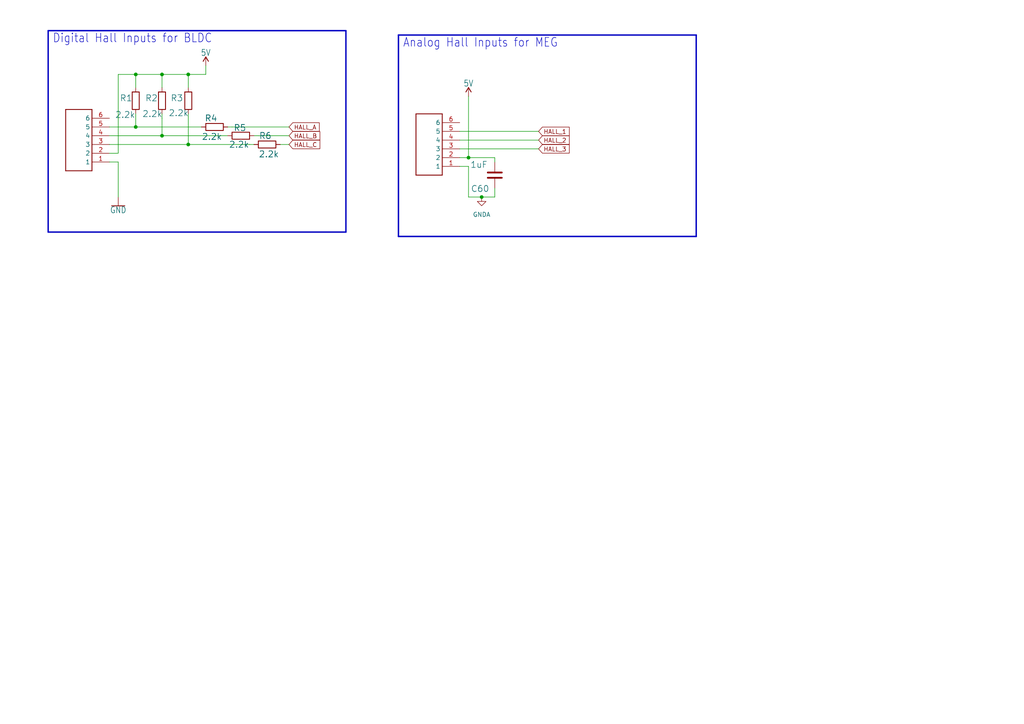
<source format=kicad_sch>
(kicad_sch (version 20231120) (generator "eeschema") (generator_version "8.0")
  (paper "A4")
  (lib_symbols
    (symbol "Component_Library:CHV1812N250105MXT" (pin_numbers hide) (pin_names (offset 0.254))
      (property "Reference" "C" (at 0.635 2.54 0))
      (property "Value" "CHV1812N250105MXT" (at 0.635 -2.54 0))
      (symbol "CHV1812N250105MXT_0_1"
        (polyline (pts (xy -2.032 -0.762) (xy 2.032 -0.762)) (stroke (width 0.508)))
        (polyline (pts (xy -2.032 0.762) (xy 2.032 0.762)) (stroke (width 0.508)))
      )
      (symbol "CHV1812N250105MXT_1_1"
        (pin passive line (at 0 3.81 270) (length 2.794) (name "~") (number "1"))
        (pin passive line (at 0 -3.81 90) (length 2.794) (name "~") (number "2"))
      )
    )
    (symbol "Component_Library:R2k2" (pin_numbers hide) (pin_names (offset 0))
      (property "Reference" "R" (at 2.032 0 90))
      (property "Value" "2k2" (at 0 0 90))
      (symbol "R2k2_0_1"
        (rectangle (start -1.016 -2.54) (end 1.016 2.54) (stroke (width 0.254)))
      )
      (symbol "R2k2_1_1"
        (pin passive line (at 0 3.81 270) (length 1.27) (name "~") (number "1"))
        (pin passive line (at 0 -3.81 90) (length 1.27) (name "~") (number "2"))
      )
    )
    (symbol "main-eagle-import:5V" (power)
      (symbol "5V_1_0"
        (polyline (pts (xy 0 2.54) (xy -0.762 1.27)) (stroke (width 0.254)))
        (polyline (pts (xy 0.762 1.27) (xy 0 2.54)) (stroke (width 0.254)))
        (pin power_in line (at 0 0 90) (length 2.54) (name "5V") (number "1"))
      )
    )
    (symbol "main-eagle-import:GND" (power)
      (symbol "GND_1_0"
        (polyline (pts (xy -1.905 0) (xy 1.905 0)) (stroke (width 0.254)))
        (pin power_in line (at 0 2.54 270) (length 2.54) (name "GND") (number "1"))
      )
    )
    (symbol "main-eagle-import:HEADER6"
      (symbol "HEADER6_1_0"
        (polyline (pts (xy -2.54 -10.16) (xy 5.08 -10.16)) (stroke (width 0.254)))
        (polyline (pts (xy -2.54 7.62) (xy -2.54 -10.16)) (stroke (width 0.254)))
        (polyline (pts (xy 5.08 -10.16) (xy 5.08 7.62)) (stroke (width 0.254)))
        (polyline (pts (xy 5.08 7.62) (xy -2.54 7.62)) (stroke (width 0.254)))
        (pin bidirectional line (at 10.16 -7.62 180) (length 5.08) (name "1") (number "1"))
        (pin bidirectional line (at 10.16 -5.08 180) (length 5.08) (name "2") (number "2"))
        (pin bidirectional line (at 10.16 -2.54 180) (length 5.08) (name "3") (number "3"))
        (pin bidirectional line (at 10.16 0 180) (length 5.08) (name "4") (number "4"))
        (pin bidirectional line (at 10.16 2.54 180) (length 5.08) (name "5") (number "5"))
        (pin bidirectional line (at 10.16 5.08 180) (length 5.08) (name "6") (number "6"))
      )
    )
    (symbol "power:GNDA" (power) (pin_numbers hide) (pin_names (offset 0) hide)
      (property "Value" "GNDA" (at 0 -3.81 0))
      (symbol "GNDA_0_1"
        (polyline (pts (xy 0 0) (xy 0 -1.27) (xy 1.27 -1.27) (xy 0 -2.54) (xy -1.27 -1.27) (xy 0 -1.27)))
      )
      (symbol "GNDA_1_1"
        (pin power_in line (at 0 0 270) (length 0) (name "~") (number "1"))
      )
    )
  )
  (junction (at 139.7 57.15))
  (junction (at 46.99 21.59))
  (junction (at 46.99 39.37))
  (junction (at 135.89 45.72))
  (junction (at 54.61 41.91))
  (junction (at 54.61 21.59))
  (junction (at 39.37 36.83))
  (junction (at 39.37 21.59))
  (wire (pts (xy 135.89 48.26) (xy 135.89 57.15)) (stroke (width 0.1524)))
  (wire (pts (xy 54.61 24.13) (xy 54.61 21.59)) (stroke (width 0.1524)))
  (wire (pts (xy 39.37 36.83) (xy 58.42 36.83)) (stroke (width 0.1524)))
  (wire (pts (xy 133.35 43.18) (xy 156.21 43.18)) (stroke (width 0.1524)))
  (polyline (pts (xy 201.93 68.58) (xy 201.93 10.16)) (stroke (width 0.4064) (type solid)))
  (polyline (pts (xy 115.57 68.58) (xy 201.93 68.58)) (stroke (width 0.4064) (type solid)))
  (wire (pts (xy 133.35 48.26) (xy 135.89 48.26)) (stroke (width 0.1524)))
  (wire (pts (xy 59.69 21.59) (xy 59.69 19.05)) (stroke (width 0.1524)))
  (wire (pts (xy 46.99 21.59) (xy 54.61 21.59)) (stroke (width 0.1524)))
  (wire (pts (xy 34.29 21.59) (xy 39.37 21.59)) (stroke (width 0.1524)))
  (polyline (pts (xy 13.97 67.31) (xy 100.33 67.31)) (stroke (width 0.4064) (type solid)))
  (wire (pts (xy 66.04 36.83) (xy 67.31 36.83)))
  (wire (pts (xy 81.28 41.91) (xy 83.82 41.91)))
  (wire (pts (xy 46.99 33.02) (xy 46.99 34.29)))
  (wire (pts (xy 133.35 45.72) (xy 135.89 45.72)) (stroke (width 0.1524)))
  (wire (pts (xy 46.99 34.29) (xy 46.99 39.37)) (stroke (width 0.1524)))
  (polyline (pts (xy 115.57 10.16) (xy 115.57 68.58)) (stroke (width 0.4064) (type solid)))
  (wire (pts (xy 31.75 41.91) (xy 54.61 41.91)) (stroke (width 0.1524)))
  (wire (pts (xy 67.31 36.83) (xy 83.82 36.83)) (stroke (width 0.1524)))
  (wire (pts (xy 143.51 46.99) (xy 143.51 45.72)))
  (wire (pts (xy 139.7 57.15) (xy 135.89 57.15)))
  (wire (pts (xy 74.93 39.37) (xy 83.82 39.37)) (stroke (width 0.1524)))
  (polyline (pts (xy 13.97 8.89) (xy 13.97 67.31)) (stroke (width 0.4064) (type solid)))
  (wire (pts (xy 31.75 46.99) (xy 34.29 46.99)) (stroke (width 0.1524)))
  (polyline (pts (xy 201.93 10.16) (xy 115.57 10.16)) (stroke (width 0.4064) (type solid)))
  (wire (pts (xy 54.61 21.59) (xy 59.69 21.59)) (stroke (width 0.1524)))
  (wire (pts (xy 73.66 39.37) (xy 74.93 39.37)))
  (polyline (pts (xy 100.33 8.89) (xy 13.97 8.89)) (stroke (width 0.4064) (type solid)))
  (wire (pts (xy 133.35 38.1) (xy 156.21 38.1)) (stroke (width 0.1524)))
  (wire (pts (xy 31.75 44.45) (xy 34.29 44.45)) (stroke (width 0.1524)))
  (wire (pts (xy 31.75 39.37) (xy 46.99 39.37)) (stroke (width 0.1524)))
  (wire (pts (xy 143.51 57.15) (xy 139.7 57.15)))
  (wire (pts (xy 31.75 36.83) (xy 39.37 36.83)) (stroke (width 0.1524)))
  (wire (pts (xy 39.37 24.13) (xy 39.37 21.59)) (stroke (width 0.1524)))
  (wire (pts (xy 135.89 27.94) (xy 135.89 45.72)) (stroke (width 0.1524)))
  (wire (pts (xy 46.99 39.37) (xy 66.04 39.37)) (stroke (width 0.1524)))
  (wire (pts (xy 54.61 41.91) (xy 72.39 41.91)) (stroke (width 0.1524)))
  (wire (pts (xy 39.37 33.02) (xy 39.37 36.83)) (stroke (width 0.1524)))
  (polyline (pts (xy 100.33 67.31) (xy 100.33 8.89)) (stroke (width 0.4064) (type solid)))
  (wire (pts (xy 133.35 40.64) (xy 156.21 40.64)) (stroke (width 0.1524)))
  (wire (pts (xy 143.51 45.72) (xy 135.89 45.72)))
  (wire (pts (xy 39.37 21.59) (xy 46.99 21.59)) (stroke (width 0.1524)))
  (wire (pts (xy 46.99 21.59) (xy 46.99 25.4)) (stroke (width 0.1524)))
  (wire (pts (xy 34.29 44.45) (xy 34.29 21.59)) (stroke (width 0.1524)))
  (wire (pts (xy 72.39 41.91) (xy 73.66 41.91)))
  (wire (pts (xy 54.61 24.13) (xy 54.61 25.4)))
  (wire (pts (xy 143.51 54.61) (xy 143.51 57.15)))
  (wire (pts (xy 39.37 24.13) (xy 39.37 25.4)))
  (wire (pts (xy 34.29 46.99) (xy 34.29 57.15)) (stroke (width 0.1524)))
  (wire (pts (xy 54.61 33.02) (xy 54.61 41.91)) (stroke (width 0.1524)))
  (text "Analog Hall Inputs for MEG" (at 116.84 13.97 0) (effects (font (size 2.54 2.159)) (justify left bottom)))
  (text "Digital Hall Inputs for BLDC" (at 15.24 12.7 0) (effects (font (size 2.54 2.159)) (justify left bottom)))
  (global_label "HALL_3" (shape input) (at 156.21 43.18 0) (effects (font (size 1.2446 1.2446))) (property "Intersheetrefs" "${INTERSHEET_REFS}" (effects (hide yes))))
  (global_label "HALL_B" (shape input) (at 83.82 39.37 0) (effects (font (size 1.2446 1.2446))) (property "Intersheetrefs" "${INTERSHEET_REFS}" (effects (hide yes))))
  (global_label "HALL_C" (shape input) (at 83.82 41.91 0) (effects (font (size 1.2446 1.2446))) (property "Intersheetrefs" "${INTERSHEET_REFS}" (effects (hide yes))))
  (global_label "HALL_1" (shape input) (at 156.21 38.1 0) (effects (font (size 1.2446 1.2446))) (property "Intersheetrefs" "${INTERSHEET_REFS}" (effects (hide yes))))
  (global_label "HALL_2" (shape input) (at 156.21 40.64 0) (effects (font (size 1.2446 1.2446))) (property "Intersheetrefs" "${INTERSHEET_REFS}" (effects (hide yes))))
  (global_label "HALL_A" (shape input) (at 83.82 36.83 0) (effects (font (size 1.2446 1.2446))) (property "Intersheetrefs" "${INTERSHEET_REFS}" (effects (hide yes))))
  (symbol (lib_id "Component_Library:R2k2") (at 69.85 39.37 90) (unit 1)
    (property "Reference" "R5" (at 69.596 36.068 90) (effects (font (size 1.778 1.778)) (justify bottom)))
    (property "Value" "2.2k" (at 69.342 42.926 90) (effects (font (size 1.778 1.778)) (justify top)))
    (property "Footprint" "Resistor_SMD:R_1206_3216Metric" (effects (hide yes)))
    (property "Description" "Resistor" (effects (hide yes)))
  )
  (symbol (lib_id "power:GNDA") (at 139.7 57.15 0) (unit 1)
    (property "Reference" "#PWR02" (effects (hide yes)))
    (property "Value" "GNDA" (at 139.7 62.23 0))
    (property "Description" "Power symbol creates a global label with name \"GNDA\" , analog ground" (effects (hide yes)))
  )
  (symbol (lib_id "main-eagle-import:5V") (at 135.89 27.94 0) (unit 1)
    (property "Reference" "#SUPPLY022" (effects (hide yes)))
    (property "Value" "5V" (at 135.89 25.146 0) (effects (font (size 1.778 1.5113)) (justify bottom)))
  )
  (symbol (lib_id "Component_Library:R2k2") (at 62.23 36.83 90) (unit 1)
    (property "Reference" "R4" (at 61.214 33.274 90) (effects (font (size 1.778 1.778)) (justify bottom)))
    (property "Value" "2.2k" (at 61.468 40.64 90) (effects (font (size 1.778 1.778)) (justify top)))
    (property "Footprint" "Resistor_SMD:R_1206_3216Metric" (effects (hide yes)))
    (property "Description" "Resistor" (effects (hide yes)))
  )
  (symbol (lib_id "main-eagle-import:HEADER6") (at 123.19 40.64 0) (unit 1)
    (property "Reference" "J4" (effects (hide yes)))
    (property "Value" "HEADER6" (effects (hide yes)))
    (property "Footprint" "main:6PINVALULOK" (effects (hide yes)))
  )
  (symbol (lib_id "Component_Library:R2k2") (at 46.99 29.21 180) (unit 1)
    (property "Reference" "R2" (at 43.942 27.432 0) (effects (font (size 1.778 1.778)) (justify bottom)))
    (property "Value" "2.2k" (at 44.196 34.036 0) (effects (font (size 1.778 1.778)) (justify top)))
    (property "Footprint" "Resistor_SMD:R_1206_3216Metric" (effects (hide yes)))
    (property "Description" "Resistor" (effects (hide yes)))
  )
  (symbol (lib_id "main-eagle-import:HEADER6") (at 21.59 39.37 0) (unit 1)
    (property "Reference" "J2" (effects (hide yes)))
    (property "Value" "HEADER6" (effects (hide yes)))
    (property "Footprint" "main:6PINVALULOK" (effects (hide yes)))
  )
  (symbol (lib_id "Component_Library:R2k2") (at 54.61 29.21 180) (unit 1)
    (property "Reference" "R3" (at 51.308 27.432 0) (effects (font (size 1.778 1.778)) (justify bottom)))
    (property "Value" "2.2k" (at 51.816 33.782 0) (effects (font (size 1.778 1.778)) (justify top)))
    (property "Footprint" "Resistor_SMD:R_1206_3216Metric" (effects (hide yes)))
    (property "Description" "Resistor" (effects (hide yes)))
  )
  (symbol (lib_id "Component_Library:R2k2") (at 39.37 29.21 180) (unit 1)
    (property "Reference" "R1" (at 36.576 27.432 0) (effects (font (size 1.778 1.778)) (justify bottom)))
    (property "Value" "2.2k" (at 36.322 34.29 0) (effects (font (size 1.778 1.778)) (justify top)))
    (property "Footprint" "Resistor_SMD:R_1206_3216Metric" (effects (hide yes)))
    (property "Description" "Resistor" (effects (hide yes)))
  )
  (symbol (lib_id "main-eagle-import:GND") (at 34.29 59.69 0) (unit 1)
    (property "Reference" "#GND09" (effects (hide yes)))
    (property "Value" "GND" (at 34.29 59.944 0) (effects (font (size 1.778 1.5113)) (justify top)))
  )
  (symbol (lib_id "main-eagle-import:5V") (at 59.69 19.05 0) (unit 1)
    (property "Reference" "#SUPPLY04" (effects (hide yes)))
    (property "Value" "5V" (at 59.69 16.256 0) (effects (font (size 1.778 1.5113)) (justify bottom)))
  )
  (symbol (lib_id "Component_Library:CHV1812N250105MXT") (at 143.51 50.8 180) (unit 1)
    (property "Reference" "C60" (at 141.986 53.721 0) (effects (font (size 1.778 1.778)) (justify left bottom)))
    (property "Value" "1uF" (at 141.478 46.736 0) (effects (font (size 1.778 1.778)) (justify left bottom)))
    (property "Footprint" "Capacitor_SMD:C_1812_4532Metric" (effects (hide yes)))
    (property "Datasheet" "https://88ce57.p3cdn1.secureserver.net/wp-content/uploads/2023/01/chv_series-1.pdf" (effects (hide yes)))
    (property "Description" "HVCAP1812 X7R 1UF 20% 250V" (effects (hide yes)))
  )
  (symbol (lib_id "Component_Library:R2k2") (at 77.47 41.91 90) (unit 1)
    (property "Reference" "R6" (at 76.962 38.354 90) (effects (font (size 1.778 1.778)) (justify bottom)))
    (property "Value" "2.2k" (at 77.978 45.72 90) (effects (font (size 1.778 1.778)) (justify top)))
    (property "Footprint" "Resistor_SMD:R_1206_3216Metric" (effects (hide yes)))
    (property "Description" "Resistor" (effects (hide yes)))
  )
)
</source>
